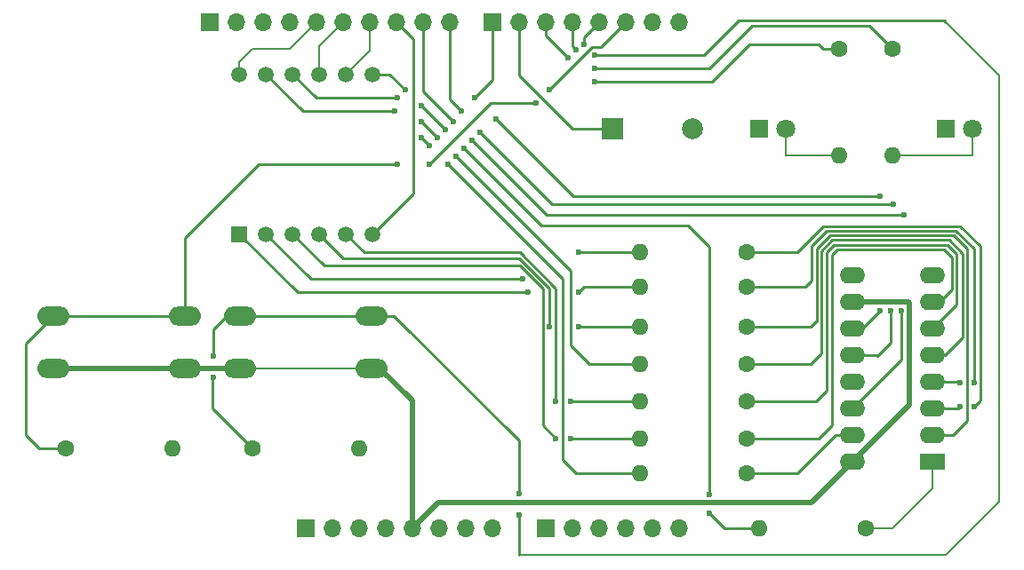
<source format=gbr>
%TF.GenerationSoftware,KiCad,Pcbnew,7.0.1*%
%TF.CreationDate,2023-04-11T21:22:03-06:00*%
%TF.ProjectId,Phase_A_UnoShield,50686173-655f-4415-9f55-6e6f53686965,rev?*%
%TF.SameCoordinates,Original*%
%TF.FileFunction,Copper,L1,Top*%
%TF.FilePolarity,Positive*%
%FSLAX46Y46*%
G04 Gerber Fmt 4.6, Leading zero omitted, Abs format (unit mm)*
G04 Created by KiCad (PCBNEW 7.0.1) date 2023-04-11 21:22:03*
%MOMM*%
%LPD*%
G01*
G04 APERTURE LIST*
%TA.AperFunction,ComponentPad*%
%ADD10R,1.700000X1.700000*%
%TD*%
%TA.AperFunction,ComponentPad*%
%ADD11O,1.700000X1.700000*%
%TD*%
%TA.AperFunction,ComponentPad*%
%ADD12R,1.800000X1.800000*%
%TD*%
%TA.AperFunction,ComponentPad*%
%ADD13C,1.800000*%
%TD*%
%TA.AperFunction,ComponentPad*%
%ADD14R,2.400000X1.600000*%
%TD*%
%TA.AperFunction,ComponentPad*%
%ADD15O,2.400000X1.600000*%
%TD*%
%TA.AperFunction,ComponentPad*%
%ADD16C,1.600000*%
%TD*%
%TA.AperFunction,ComponentPad*%
%ADD17O,1.600000X1.600000*%
%TD*%
%TA.AperFunction,ComponentPad*%
%ADD18R,2.000000X2.000000*%
%TD*%
%TA.AperFunction,ComponentPad*%
%ADD19C,2.000000*%
%TD*%
%TA.AperFunction,ComponentPad*%
%ADD20O,3.048000X1.850000*%
%TD*%
%TA.AperFunction,ComponentPad*%
%ADD21R,1.500000X1.500000*%
%TD*%
%TA.AperFunction,ComponentPad*%
%ADD22C,1.500000*%
%TD*%
%TA.AperFunction,ViaPad*%
%ADD23C,0.600000*%
%TD*%
%TA.AperFunction,Conductor*%
%ADD24C,0.508000*%
%TD*%
%TA.AperFunction,Conductor*%
%ADD25C,0.203200*%
%TD*%
%TA.AperFunction,Conductor*%
%ADD26C,0.250000*%
%TD*%
G04 APERTURE END LIST*
D10*
%TO.P,J1,1,Pin_1*%
%TO.N,unconnected-(J1-Pin_1-Pad1)*%
X127940000Y-97460000D03*
D11*
%TO.P,J1,2,Pin_2*%
%TO.N,/IOREF*%
X130480000Y-97460000D03*
%TO.P,J1,3,Pin_3*%
%TO.N,/~{RESET}*%
X133020000Y-97460000D03*
%TO.P,J1,4,Pin_4*%
%TO.N,+3V3*%
X135560000Y-97460000D03*
%TO.P,J1,5,Pin_5*%
%TO.N,+5V*%
X138100000Y-97460000D03*
%TO.P,J1,6,Pin_6*%
%TO.N,GND*%
X140640000Y-97460000D03*
%TO.P,J1,7,Pin_7*%
X143180000Y-97460000D03*
%TO.P,J1,8,Pin_8*%
%TO.N,VCC*%
X145720000Y-97460000D03*
%TD*%
D10*
%TO.P,J3,1,Pin_1*%
%TO.N,/A0*%
X150800000Y-97460000D03*
D11*
%TO.P,J3,2,Pin_2*%
%TO.N,/A1*%
X153340000Y-97460000D03*
%TO.P,J3,3,Pin_3*%
%TO.N,/A2*%
X155880000Y-97460000D03*
%TO.P,J3,4,Pin_4*%
%TO.N,/A3*%
X158420000Y-97460000D03*
%TO.P,J3,5,Pin_5*%
%TO.N,/SDA{slash}A4*%
X160960000Y-97460000D03*
%TO.P,J3,6,Pin_6*%
%TO.N,/SCL{slash}A5*%
X163500000Y-97460000D03*
%TD*%
D10*
%TO.P,J2,1,Pin_1*%
%TO.N,unconnected-(J2-Pin_1-Pad1)*%
X118796000Y-49200000D03*
D11*
%TO.P,J2,2,Pin_2*%
%TO.N,unconnected-(J2-Pin_2-Pad2)*%
X121336000Y-49200000D03*
%TO.P,J2,3,Pin_3*%
%TO.N,unconnected-(J2-Pin_3-Pad3)*%
X123876000Y-49200000D03*
%TO.P,J2,4,Pin_4*%
%TO.N,GND*%
X126416000Y-49200000D03*
%TO.P,J2,5,Pin_5*%
%TO.N,Dig1*%
X128956000Y-49200000D03*
%TO.P,J2,6,Pin_6*%
%TO.N,Dig2*%
X131496000Y-49200000D03*
%TO.P,J2,7,Pin_7*%
%TO.N,Dig3*%
X134036000Y-49200000D03*
%TO.P,J2,8,Pin_8*%
%TO.N,Dig4*%
X136576000Y-49200000D03*
%TO.P,J2,9,Pin_9*%
%TO.N,DS*%
X139116000Y-49200000D03*
%TO.P,J2,10,Pin_10*%
%TO.N,ST_CP*%
X141656000Y-49200000D03*
%TD*%
D10*
%TO.P,J4,1,Pin_1*%
%TO.N,SH_CP*%
X145720000Y-49200000D03*
D11*
%TO.P,J4,2,Pin_2*%
%TO.N,Buzzer*%
X148260000Y-49200000D03*
%TO.P,J4,3,Pin_3*%
%TO.N,RED_LED*%
X150800000Y-49200000D03*
%TO.P,J4,4,Pin_4*%
%TO.N,GREEN_LED*%
X153340000Y-49200000D03*
%TO.P,J4,5,Pin_5*%
%TO.N,Button_2*%
X155880000Y-49200000D03*
%TO.P,J4,6,Pin_6*%
%TO.N,Button_1*%
X158420000Y-49200000D03*
%TO.P,J4,7,Pin_7*%
%TO.N,/TX{slash}1*%
X160960000Y-49200000D03*
%TO.P,J4,8,Pin_8*%
%TO.N,/RX{slash}0*%
X163500000Y-49200000D03*
%TD*%
D12*
%TO.P,D2,1,K*%
%TO.N,GND*%
X188900000Y-59360000D03*
D13*
%TO.P,D2,2,A*%
%TO.N,Net-(D2-A)*%
X191440000Y-59360000D03*
%TD*%
D14*
%TO.P,U2,1,QB*%
%TO.N,b*%
X187620000Y-91120000D03*
D15*
%TO.P,U2,2,QC*%
%TO.N,c*%
X187620000Y-88580000D03*
%TO.P,U2,3,QD*%
%TO.N,d*%
X187620000Y-86040000D03*
%TO.P,U2,4,QE*%
%TO.N,e*%
X187620000Y-83500000D03*
%TO.P,U2,5,QF*%
%TO.N,f*%
X187620000Y-80960000D03*
%TO.P,U2,6,QG*%
%TO.N,g*%
X187620000Y-78420000D03*
%TO.P,U2,7,QH*%
%TO.N,dp*%
X187620000Y-75880000D03*
%TO.P,U2,8,GND*%
%TO.N,GND*%
X187620000Y-73340000D03*
%TO.P,U2,9,QH'*%
%TO.N,unconnected-(U2-QH'-Pad9)*%
X180000000Y-73340000D03*
%TO.P,U2,10,~{SRCLR}*%
%TO.N,+5V*%
X180000000Y-75880000D03*
%TO.P,U2,11,SRCLK*%
%TO.N,SH_CP*%
X180000000Y-78420000D03*
%TO.P,U2,12,RCLK*%
%TO.N,ST_CP*%
X180000000Y-80960000D03*
%TO.P,U2,13,~{OE}*%
%TO.N,GND*%
X180000000Y-83500000D03*
%TO.P,U2,14,SER*%
%TO.N,DS*%
X180000000Y-86040000D03*
%TO.P,U2,15,QA*%
%TO.N,a*%
X180000000Y-88580000D03*
%TO.P,U2,16,VCC*%
%TO.N,+5V*%
X180000000Y-91120000D03*
%TD*%
D16*
%TO.P,R8,1*%
%TO.N,d*%
X169926000Y-71120000D03*
D17*
%TO.P,R8,2*%
%TO.N,Net-(U1-d)*%
X159766000Y-71120000D03*
%TD*%
D16*
%TO.P,R5,1*%
%TO.N,a*%
X169926000Y-92202000D03*
D17*
%TO.P,R5,2*%
%TO.N,Net-(U1-a)*%
X159766000Y-92202000D03*
%TD*%
D12*
%TO.P,D1,1,K*%
%TO.N,GND*%
X171120000Y-59360000D03*
D13*
%TO.P,D1,2,A*%
%TO.N,Net-(D1-A)*%
X173660000Y-59360000D03*
%TD*%
D16*
%TO.P,R1,1*%
%TO.N,Button_1*%
X105080000Y-89840000D03*
D17*
%TO.P,R1,2*%
%TO.N,GND*%
X115240000Y-89840000D03*
%TD*%
D18*
%TO.P,LS1,1,1*%
%TO.N,Buzzer*%
X157160000Y-59360000D03*
D19*
%TO.P,LS1,2,2*%
%TO.N,GND*%
X164760000Y-59360000D03*
%TD*%
D16*
%TO.P,R2,1*%
%TO.N,Button_2*%
X122860000Y-89840000D03*
D17*
%TO.P,R2,2*%
%TO.N,GND*%
X133020000Y-89840000D03*
%TD*%
D20*
%TO.P,SW1,1,1*%
%TO.N,+5V*%
X116400000Y-82180000D03*
X103900000Y-82180000D03*
%TO.P,SW1,2,2*%
%TO.N,Button_1*%
X116400000Y-77180000D03*
X103900000Y-77180000D03*
%TD*%
%TO.P,SW2,1,1*%
%TO.N,+5V*%
X134180000Y-82180000D03*
X121680000Y-82180000D03*
%TO.P,SW2,2,2*%
%TO.N,Button_2*%
X134180000Y-77180000D03*
X121680000Y-77180000D03*
%TD*%
D21*
%TO.P,U1,1,e*%
%TO.N,Net-(U1-e)*%
X121590000Y-69377500D03*
D22*
%TO.P,U1,2,d*%
%TO.N,Net-(U1-d)*%
X124130000Y-69377500D03*
%TO.P,U1,3,DPX*%
%TO.N,Net-(U1-DPX)*%
X126670000Y-69377500D03*
%TO.P,U1,4,c*%
%TO.N,Net-(U1-c)*%
X129210000Y-69377500D03*
%TO.P,U1,5,g*%
%TO.N,Net-(U1-g)*%
X131750000Y-69377500D03*
%TO.P,U1,6,CA4*%
%TO.N,Dig4*%
X134290000Y-69377500D03*
%TO.P,U1,7,b*%
%TO.N,Net-(U1-b)*%
X134290000Y-54137500D03*
%TO.P,U1,8,CA3*%
%TO.N,Dig3*%
X131750000Y-54137500D03*
%TO.P,U1,9,CA2*%
%TO.N,Dig2*%
X129210000Y-54137500D03*
%TO.P,U1,10,f*%
%TO.N,Net-(U1-f)*%
X126670000Y-54137500D03*
%TO.P,U1,11,a*%
%TO.N,Net-(U1-a)*%
X124130000Y-54137500D03*
%TO.P,U1,12,CA1*%
%TO.N,Dig1*%
X121590000Y-54137500D03*
%TD*%
D16*
%TO.P,R12,1*%
%TO.N,dp*%
X169926000Y-88900000D03*
D17*
%TO.P,R12,2*%
%TO.N,Net-(U1-DPX)*%
X159766000Y-88900000D03*
%TD*%
D16*
%TO.P,R10,1*%
%TO.N,f*%
X169926000Y-81788000D03*
D17*
%TO.P,R10,2*%
%TO.N,Net-(U1-f)*%
X159766000Y-81788000D03*
%TD*%
D16*
%TO.P,R9,1*%
%TO.N,e*%
X169926000Y-74422000D03*
D17*
%TO.P,R9,2*%
%TO.N,Net-(U1-e)*%
X159766000Y-74422000D03*
%TD*%
D16*
%TO.P,R6,1*%
%TO.N,b*%
X181280000Y-97460000D03*
D17*
%TO.P,R6,2*%
%TO.N,Net-(U1-b)*%
X171120000Y-97460000D03*
%TD*%
D16*
%TO.P,R3,1*%
%TO.N,RED_LED*%
X178740000Y-51740000D03*
D17*
%TO.P,R3,2*%
%TO.N,Net-(D1-A)*%
X178740000Y-61900000D03*
%TD*%
D16*
%TO.P,R7,1*%
%TO.N,c*%
X169926000Y-78232000D03*
D17*
%TO.P,R7,2*%
%TO.N,Net-(U1-c)*%
X159766000Y-78232000D03*
%TD*%
D16*
%TO.P,R11,1*%
%TO.N,g*%
X169926000Y-85344000D03*
D17*
%TO.P,R11,2*%
%TO.N,Net-(U1-g)*%
X159766000Y-85344000D03*
%TD*%
D16*
%TO.P,R4,1*%
%TO.N,GREEN_LED*%
X183820000Y-51740000D03*
D17*
%TO.P,R4,2*%
%TO.N,Net-(D2-A)*%
X183820000Y-61900000D03*
%TD*%
D23*
%TO.N,DS*%
X184666500Y-76708000D03*
X143764000Y-60452000D03*
X141986000Y-58674000D03*
X184912000Y-67564000D03*
%TO.N,ST_CP*%
X183642000Y-76708000D03*
X183896000Y-66548000D03*
X142748000Y-57658000D03*
X144526000Y-59690000D03*
%TO.N,SH_CP*%
X144018000Y-56388000D03*
X182626000Y-65786000D03*
X146050000Y-58420000D03*
X182626000Y-76708000D03*
%TO.N,RED_LED*%
X152908000Y-52578000D03*
X155448000Y-54864000D03*
%TO.N,GREEN_LED*%
X155448000Y-53594000D03*
X153670000Y-51816000D03*
%TO.N,Button_2*%
X148260000Y-96190000D03*
X155448000Y-52324000D03*
X154432000Y-51308000D03*
X119126000Y-83058000D03*
X148260000Y-94158000D03*
X119126000Y-81026000D03*
%TO.N,Button_1*%
X151130000Y-55626000D03*
X149860000Y-56896000D03*
X136652000Y-62738000D03*
X139700000Y-62738000D03*
%TO.N,Net-(U1-a)*%
X136398000Y-57658000D03*
X141478000Y-62738000D03*
X139700000Y-60960000D03*
X138938000Y-60198000D03*
%TO.N,Net-(U1-b)*%
X166370000Y-96012000D03*
X166370000Y-94234000D03*
X138938000Y-57150000D03*
X143002000Y-61214000D03*
X141224000Y-59436000D03*
X137414000Y-55626000D03*
%TO.N,Net-(U1-c)*%
X153924000Y-78232000D03*
X151151000Y-78232000D03*
%TO.N,d*%
X190246000Y-85852000D03*
X191574500Y-85852000D03*
%TO.N,Net-(U1-d)*%
X153924000Y-71120000D03*
X148590000Y-73660000D03*
%TO.N,e*%
X190246000Y-83566000D03*
X191574500Y-83566000D03*
%TO.N,Net-(U1-e)*%
X153924000Y-74930000D03*
X149098000Y-74930000D03*
%TO.N,Net-(U1-f)*%
X142240000Y-61976000D03*
X136652000Y-56388000D03*
X138938000Y-58674000D03*
X140462000Y-60198000D03*
%TO.N,Net-(U1-g)*%
X151775500Y-85344000D03*
X153162000Y-85344000D03*
%TO.N,Net-(U1-DPX)*%
X151775500Y-88900000D03*
X153162000Y-88900000D03*
%TD*%
D24*
%TO.N,+5V*%
X138100000Y-97460000D02*
X138100000Y-85268000D01*
X185420000Y-85700000D02*
X185420000Y-75946000D01*
X138100000Y-85268000D02*
X135012000Y-82180000D01*
X176132000Y-94988000D02*
X180000000Y-91120000D01*
X135012000Y-82180000D02*
X134180000Y-82180000D01*
D25*
X134180000Y-82180000D02*
X135520000Y-82180000D01*
X102580000Y-82180000D02*
X103900000Y-82180000D01*
X134180000Y-82180000D02*
X121680000Y-82180000D01*
D24*
X138100000Y-97460000D02*
X140572000Y-94988000D01*
D25*
X102540000Y-82220000D02*
X102580000Y-82180000D01*
D24*
X116400000Y-82180000D02*
X121680000Y-82180000D01*
X180000000Y-91120000D02*
X185420000Y-85700000D01*
X185420000Y-75946000D02*
X185354000Y-75880000D01*
X140572000Y-94988000D02*
X176132000Y-94988000D01*
X116400000Y-82180000D02*
X103900000Y-82180000D01*
X185354000Y-75880000D02*
X180000000Y-75880000D01*
D25*
%TO.N,Net-(D1-A)*%
X173660000Y-61900000D02*
X173660000Y-59360000D01*
X178740000Y-61900000D02*
X173660000Y-61900000D01*
%TO.N,Net-(D2-A)*%
X191440000Y-61900000D02*
X191440000Y-59360000D01*
X183820000Y-61900000D02*
X191440000Y-61900000D01*
%TO.N,Dig1*%
X128956000Y-49200000D02*
X126416000Y-51740000D01*
X122860000Y-51740000D02*
X121590000Y-53010000D01*
X121590000Y-53010000D02*
X121590000Y-54137500D01*
X126416000Y-51740000D02*
X122860000Y-51740000D01*
%TO.N,Dig2*%
X129210000Y-51486000D02*
X129210000Y-54137500D01*
X131496000Y-49200000D02*
X129210000Y-51486000D01*
%TO.N,Dig3*%
X134036000Y-51851500D02*
X131750000Y-54137500D01*
X134036000Y-49200000D02*
X134036000Y-51851500D01*
D26*
%TO.N,Dig4*%
X134290000Y-69377500D02*
X138176000Y-65491500D01*
X138176000Y-50800000D02*
X136576000Y-49200000D01*
X138176000Y-65491500D02*
X138176000Y-50800000D01*
%TO.N,DS*%
X143764000Y-60452000D02*
X150876000Y-67564000D01*
X139116000Y-55804000D02*
X141986000Y-58674000D01*
X184666500Y-76708000D02*
X184666500Y-81373500D01*
X150876000Y-67564000D02*
X184912000Y-67564000D01*
X184666500Y-81373500D02*
X180000000Y-86040000D01*
X139116000Y-49200000D02*
X139116000Y-55804000D01*
%TO.N,ST_CP*%
X141656000Y-49200000D02*
X141656000Y-56566000D01*
X144526000Y-59690000D02*
X151384000Y-66548000D01*
X183642000Y-76708000D02*
X183642000Y-79756000D01*
X183388000Y-66548000D02*
X183896000Y-66548000D01*
X151384000Y-66548000D02*
X183388000Y-66548000D01*
X182372000Y-81026000D02*
X182306000Y-80960000D01*
X182306000Y-80960000D02*
X180000000Y-80960000D01*
X183642000Y-79756000D02*
X182372000Y-81026000D01*
X141656000Y-56566000D02*
X142748000Y-57658000D01*
%TO.N,SH_CP*%
X145720000Y-49200000D02*
X145720000Y-54686000D01*
X153416000Y-65786000D02*
X182626000Y-65786000D01*
X146050000Y-58420000D02*
X153416000Y-65786000D01*
X180914000Y-78420000D02*
X180000000Y-78420000D01*
X182626000Y-76708000D02*
X180914000Y-78420000D01*
X145720000Y-54686000D02*
X144018000Y-56388000D01*
%TO.N,Buzzer*%
X148260000Y-54280000D02*
X148260000Y-49200000D01*
X157160000Y-59360000D02*
X153340000Y-59360000D01*
X153340000Y-59360000D02*
X148260000Y-54280000D01*
%TO.N,RED_LED*%
X166624000Y-54864000D02*
X170180000Y-51308000D01*
X155448000Y-54864000D02*
X166624000Y-54864000D01*
X170180000Y-51308000D02*
X176784000Y-51308000D01*
X177216000Y-51740000D02*
X178740000Y-51740000D01*
X176784000Y-51308000D02*
X177216000Y-51740000D01*
X150800000Y-49200000D02*
X150800000Y-50470000D01*
X150800000Y-50470000D02*
X152908000Y-52578000D01*
%TO.N,GREEN_LED*%
X153340000Y-49200000D02*
X153340000Y-51486000D01*
X181610000Y-49530000D02*
X183820000Y-51740000D01*
X170434000Y-49530000D02*
X181610000Y-49530000D01*
X155448000Y-53594000D02*
X166370000Y-53594000D01*
X153340000Y-51486000D02*
X153670000Y-51816000D01*
X166370000Y-53594000D02*
X170434000Y-49530000D01*
D25*
%TO.N,Button_2*%
X193980000Y-54280000D02*
X188900000Y-49200000D01*
X193980000Y-92380000D02*
X193980000Y-54280000D01*
D26*
X119050000Y-83134000D02*
X119126000Y-83058000D01*
X155448000Y-52324000D02*
X165862000Y-52324000D01*
D25*
X148260000Y-100000000D02*
X188900000Y-100000000D01*
D26*
X122860000Y-89840000D02*
X119050000Y-86030000D01*
X119126000Y-78486000D02*
X120432000Y-77180000D01*
X169164000Y-49022000D02*
X188722000Y-49022000D01*
D25*
X193980000Y-94920000D02*
X193980000Y-92380000D01*
D26*
X136362000Y-77180000D02*
X148260000Y-89078000D01*
D25*
X188900000Y-100000000D02*
X193980000Y-94920000D01*
D26*
X119050000Y-86030000D02*
X119050000Y-85522000D01*
X165862000Y-52324000D02*
X169164000Y-49022000D01*
X154432000Y-50648000D02*
X154432000Y-51308000D01*
X121680000Y-77180000D02*
X134180000Y-77180000D01*
X155880000Y-49200000D02*
X154432000Y-50648000D01*
X148260000Y-89078000D02*
X148260000Y-94158000D01*
X188722000Y-49022000D02*
X188900000Y-49200000D01*
D25*
X135360000Y-77180000D02*
X135600000Y-77180000D01*
D26*
X148260000Y-96190000D02*
X148260000Y-100000000D01*
X120432000Y-77180000D02*
X121680000Y-77180000D01*
X134180000Y-77180000D02*
X136362000Y-77180000D01*
X119050000Y-85522000D02*
X119050000Y-83134000D01*
X119126000Y-81026000D02*
X119126000Y-78486000D01*
%TO.N,Button_1*%
X145542000Y-56896000D02*
X149860000Y-56896000D01*
X156058000Y-51562000D02*
X158420000Y-49200000D01*
X101270000Y-88570000D02*
X102540000Y-89840000D01*
X103900000Y-77180000D02*
X101270000Y-79810000D01*
X116400000Y-77180000D02*
X116400000Y-69782000D01*
X101270000Y-79810000D02*
X101270000Y-88570000D01*
X102540000Y-89840000D02*
X105080000Y-89840000D01*
X116400000Y-69782000D02*
X123444000Y-62738000D01*
X151130000Y-55626000D02*
X155194000Y-51562000D01*
X155194000Y-51562000D02*
X156058000Y-51562000D01*
X123444000Y-62738000D02*
X136652000Y-62738000D01*
X139700000Y-62738000D02*
X145542000Y-56896000D01*
X103900000Y-77180000D02*
X116400000Y-77180000D01*
%TO.N,a*%
X174752000Y-92202000D02*
X178374000Y-88580000D01*
X178374000Y-88580000D02*
X180000000Y-88580000D01*
X169926000Y-92202000D02*
X174752000Y-92202000D01*
%TO.N,Net-(U1-a)*%
X124130000Y-54137500D02*
X127650500Y-57658000D01*
X152400000Y-90932000D02*
X153670000Y-92202000D01*
X141478000Y-62738000D02*
X152400000Y-73660000D01*
X127650500Y-57658000D02*
X136398000Y-57658000D01*
X153670000Y-92202000D02*
X159766000Y-92202000D01*
X152400000Y-73660000D02*
X152400000Y-90932000D01*
X138938000Y-60198000D02*
X139700000Y-60960000D01*
D25*
%TO.N,b*%
X181280000Y-97460000D02*
X183820000Y-97460000D01*
X187620000Y-93660000D02*
X187620000Y-91120000D01*
X183820000Y-97460000D02*
X187620000Y-93660000D01*
D26*
%TO.N,Net-(U1-b)*%
X166370000Y-94234000D02*
X166370000Y-70612000D01*
X137414000Y-55626000D02*
X135925500Y-54137500D01*
X135925500Y-54137500D02*
X134290000Y-54137500D01*
X167818000Y-97460000D02*
X166370000Y-96012000D01*
X164338000Y-68580000D02*
X150368000Y-68580000D01*
X141224000Y-59436000D02*
X138938000Y-57150000D01*
X166370000Y-70612000D02*
X164338000Y-68580000D01*
X150368000Y-68580000D02*
X143002000Y-61214000D01*
X171120000Y-97460000D02*
X167818000Y-97460000D01*
%TO.N,c*%
X190950000Y-87180000D02*
X189550000Y-88580000D01*
X176530000Y-77724000D02*
X176588000Y-77724000D01*
X190950000Y-70808000D02*
X190950000Y-87180000D01*
X177877208Y-69516000D02*
X189658000Y-69516000D01*
X189658000Y-69516000D02*
X190950000Y-70808000D01*
X176588000Y-70805208D02*
X177877208Y-69516000D01*
X189550000Y-88580000D02*
X187620000Y-88580000D01*
X176022000Y-78232000D02*
X176530000Y-77724000D01*
X176588000Y-77724000D02*
X176588000Y-70805208D01*
X169926000Y-78232000D02*
X176022000Y-78232000D01*
%TO.N,Net-(U1-c)*%
X129210000Y-69377500D02*
X131524698Y-71692198D01*
X151151000Y-74571396D02*
X151151000Y-78232000D01*
X148271802Y-71692198D02*
X151151000Y-74571396D01*
X153924000Y-78232000D02*
X159766000Y-78232000D01*
X131524698Y-71692198D02*
X148271802Y-71692198D01*
%TO.N,d*%
X190058000Y-86040000D02*
X190246000Y-85852000D01*
X177256000Y-68616000D02*
X174752000Y-71120000D01*
X190282000Y-68616000D02*
X177256000Y-68616000D01*
X187620000Y-86040000D02*
X190058000Y-86040000D01*
X192199500Y-70533500D02*
X190282000Y-68616000D01*
X191574500Y-85852000D02*
X192199500Y-85227000D01*
X174752000Y-71120000D02*
X169926000Y-71120000D01*
X192199500Y-85227000D02*
X192199500Y-70533500D01*
%TO.N,Net-(U1-d)*%
X128412500Y-73660000D02*
X148590000Y-73660000D01*
X153924000Y-71120000D02*
X159766000Y-71120000D01*
X124130000Y-69377500D02*
X128412500Y-73660000D01*
%TO.N,e*%
X191574500Y-70796104D02*
X189844396Y-69066000D01*
X189844396Y-69066000D02*
X177568000Y-69066000D01*
X176138000Y-73798000D02*
X175514000Y-74422000D01*
X191574500Y-83566000D02*
X191574500Y-70796104D01*
X187620000Y-83500000D02*
X190180000Y-83500000D01*
X175514000Y-74422000D02*
X169926000Y-74422000D01*
X190180000Y-83500000D02*
X190246000Y-83566000D01*
X176138000Y-70496000D02*
X176138000Y-73798000D01*
X177568000Y-69066000D02*
X176138000Y-70496000D01*
%TO.N,Net-(U1-e)*%
X153924000Y-74930000D02*
X154432000Y-74422000D01*
X154432000Y-74422000D02*
X159766000Y-74422000D01*
X127142500Y-74930000D02*
X149098000Y-74930000D01*
X121590000Y-69377500D02*
X127142500Y-74930000D01*
%TO.N,f*%
X189220396Y-69966000D02*
X190500000Y-71245604D01*
X188788000Y-80960000D02*
X187620000Y-80960000D01*
X190500000Y-79248000D02*
X188788000Y-80960000D01*
X177038000Y-80772000D02*
X177038000Y-70991604D01*
X190500000Y-71245604D02*
X190500000Y-79248000D01*
X178063604Y-69966000D02*
X189220396Y-69966000D01*
X169926000Y-81788000D02*
X176022000Y-81788000D01*
X177038000Y-70991604D02*
X178063604Y-69966000D01*
X176022000Y-81788000D02*
X177038000Y-80772000D01*
%TO.N,Net-(U1-f)*%
X142240000Y-61976000D02*
X153162000Y-72898000D01*
X128920500Y-56388000D02*
X136652000Y-56388000D01*
X138938000Y-58674000D02*
X140462000Y-60198000D01*
X126670000Y-54137500D02*
X128920500Y-56388000D01*
X154940000Y-81788000D02*
X159766000Y-81788000D01*
X153162000Y-72898000D02*
X153162000Y-80010000D01*
X153162000Y-80010000D02*
X154940000Y-81788000D01*
%TO.N,g*%
X177546000Y-71120000D02*
X178250000Y-70416000D01*
X178250000Y-70416000D02*
X189034000Y-70416000D01*
X189034000Y-70416000D02*
X189934000Y-71316000D01*
X177546000Y-84328000D02*
X176530000Y-85344000D01*
X177546000Y-71120000D02*
X177546000Y-84328000D01*
X189934000Y-76106000D02*
X187620000Y-78420000D01*
X189934000Y-71316000D02*
X189934000Y-76106000D01*
X176530000Y-85344000D02*
X169926000Y-85344000D01*
%TO.N,Net-(U1-g)*%
X151775500Y-74559500D02*
X151775500Y-85344000D01*
X131750000Y-69377500D02*
X133492500Y-71120000D01*
X133492500Y-71120000D02*
X148336000Y-71120000D01*
X148336000Y-71120000D02*
X151775500Y-74559500D01*
X153162000Y-85344000D02*
X159766000Y-85344000D01*
%TO.N,dp*%
X189484000Y-74676000D02*
X189484000Y-71628000D01*
X189484000Y-71628000D02*
X188722000Y-70866000D01*
X187620000Y-75880000D02*
X188280000Y-75880000D01*
X176784000Y-88900000D02*
X169926000Y-88900000D01*
X188280000Y-75880000D02*
X189484000Y-74676000D01*
X188722000Y-70866000D02*
X178562000Y-70866000D01*
X178054000Y-71374000D02*
X178054000Y-87630000D01*
X178054000Y-87630000D02*
X176784000Y-88900000D01*
X178562000Y-70866000D02*
X178054000Y-71374000D01*
%TO.N,Net-(U1-DPX)*%
X150526000Y-74582792D02*
X150526000Y-79152000D01*
X126670000Y-69377500D02*
X129683896Y-72391396D01*
X153162000Y-88900000D02*
X159766000Y-88900000D01*
X150526000Y-79152000D02*
X150526000Y-87650500D01*
X150526000Y-87650500D02*
X151775500Y-88900000D01*
X148334604Y-72391396D02*
X150526000Y-74582792D01*
X129683896Y-72391396D02*
X148334604Y-72391396D01*
%TD*%
M02*

</source>
